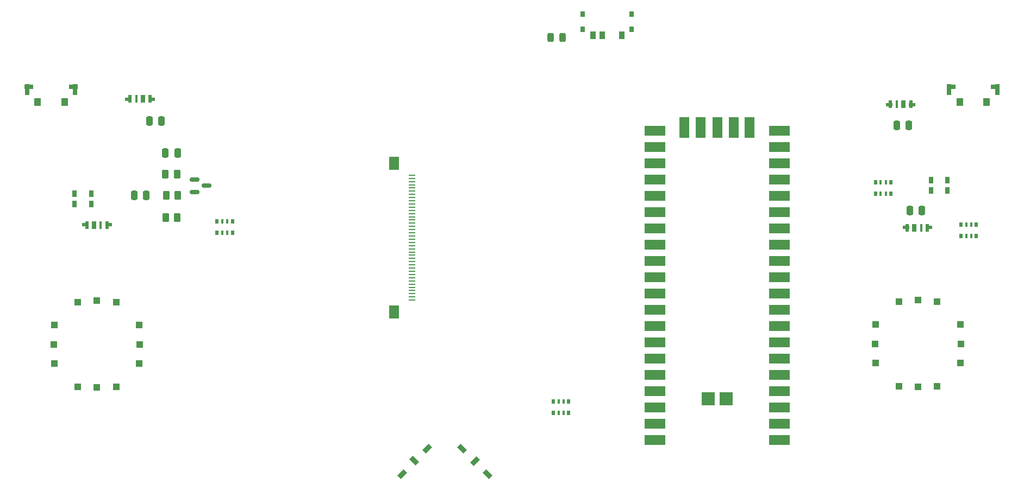
<source format=gbr>
%TF.GenerationSoftware,KiCad,Pcbnew,8.0.0*%
%TF.CreationDate,2024-07-15T05:39:07-05:00*%
%TF.ProjectId,MilkTastic,4d696c6b-5461-4737-9469-632e6b696361,rev?*%
%TF.SameCoordinates,Original*%
%TF.FileFunction,Paste,Top*%
%TF.FilePolarity,Positive*%
%FSLAX46Y46*%
G04 Gerber Fmt 4.6, Leading zero omitted, Abs format (unit mm)*
G04 Created by KiCad (PCBNEW 8.0.0) date 2024-07-15 05:39:07*
%MOMM*%
%LPD*%
G01*
G04 APERTURE LIST*
G04 Aperture macros list*
%AMRoundRect*
0 Rectangle with rounded corners*
0 $1 Rounding radius*
0 $2 $3 $4 $5 $6 $7 $8 $9 X,Y pos of 4 corners*
0 Add a 4 corners polygon primitive as box body*
4,1,4,$2,$3,$4,$5,$6,$7,$8,$9,$2,$3,0*
0 Add four circle primitives for the rounded corners*
1,1,$1+$1,$2,$3*
1,1,$1+$1,$4,$5*
1,1,$1+$1,$6,$7*
1,1,$1+$1,$8,$9*
0 Add four rect primitives between the rounded corners*
20,1,$1+$1,$2,$3,$4,$5,0*
20,1,$1+$1,$4,$5,$6,$7,0*
20,1,$1+$1,$6,$7,$8,$9,0*
20,1,$1+$1,$8,$9,$2,$3,0*%
%AMRotRect*
0 Rectangle, with rotation*
0 The origin of the aperture is its center*
0 $1 length*
0 $2 width*
0 $3 Rotation angle, in degrees counterclockwise*
0 Add horizontal line*
21,1,$1,$2,0,0,$3*%
G04 Aperture macros list end*
%ADD10RoundRect,0.250000X-0.262500X-0.450000X0.262500X-0.450000X0.262500X0.450000X-0.262500X0.450000X0*%
%ADD11RoundRect,0.250000X-0.250000X-0.475000X0.250000X-0.475000X0.250000X0.475000X-0.250000X0.475000X0*%
%ADD12R,1.000000X0.550000*%
%ADD13R,0.550000X1.200000*%
%ADD14R,0.700000X1.200000*%
%ADD15R,0.450000X1.200000*%
%ADD16R,0.800000X1.700000*%
%ADD17R,1.400000X0.800000*%
%ADD18R,1.000000X1.200000*%
%ADD19R,0.500000X0.800000*%
%ADD20R,0.400000X0.800000*%
%ADD21RoundRect,0.250000X0.250000X0.475000X-0.250000X0.475000X-0.250000X-0.475000X0.250000X-0.475000X0*%
%ADD22R,1.000000X1.000000*%
%ADD23R,0.900000X1.250000*%
%ADD24R,0.800000X0.900000*%
%ADD25RoundRect,0.150000X-0.587500X-0.150000X0.587500X-0.150000X0.587500X0.150000X-0.587500X0.150000X0*%
%ADD26R,0.700000X1.100000*%
%ADD27RotRect,1.400000X0.800000X315.000000*%
%ADD28RotRect,1.400000X0.800000X45.000000*%
%ADD29RotRect,1.400000X0.800000X135.000000*%
%ADD30RoundRect,0.243750X0.243750X0.456250X-0.243750X0.456250X-0.243750X-0.456250X0.243750X-0.456250X0*%
%ADD31R,3.200000X1.600000*%
%ADD32R,1.600000X3.200000*%
%ADD33R,2.000000X2.000000*%
%ADD34R,1.600000X2.000000*%
%ADD35R,1.100000X0.250000*%
G04 APERTURE END LIST*
D10*
%TO.C,R3*%
X105575000Y-48800000D03*
X107400000Y-48800000D03*
%TD*%
D11*
%TO.C,C4*%
X219500000Y-41200000D03*
X221400000Y-41200000D03*
%TD*%
D12*
%TO.C,U3*%
X93100000Y-56715000D03*
D13*
X93325000Y-56790000D03*
D14*
X94450000Y-56790000D03*
D15*
X95475000Y-56790000D03*
D13*
X96475000Y-56790000D03*
D12*
X96700000Y-56725000D03*
%TD*%
D16*
%TO.C,SW1*%
X84000000Y-35650000D03*
D17*
X84300000Y-35200000D03*
X91200000Y-35200000D03*
D16*
X91500000Y-35650000D03*
D18*
X85650000Y-37600000D03*
X89850000Y-37600000D03*
%TD*%
D19*
%TO.C,RN4*%
X113600000Y-58000000D03*
D20*
X114400000Y-58000000D03*
X115200000Y-58000000D03*
D19*
X116000000Y-58000000D03*
X116000000Y-56200000D03*
D20*
X115200000Y-56200000D03*
X114400000Y-56200000D03*
D19*
X113600000Y-56200000D03*
%TD*%
D21*
%TO.C,C1*%
X104950000Y-40540000D03*
X103050000Y-40540000D03*
%TD*%
D19*
%TO.C,RN1*%
X218600000Y-50100000D03*
D20*
X217800000Y-50100000D03*
X217000000Y-50100000D03*
D19*
X216200000Y-50100000D03*
X216200000Y-51900000D03*
D20*
X217000000Y-51900000D03*
X217800000Y-51900000D03*
D19*
X218600000Y-51900000D03*
%TD*%
D11*
%TO.C,C2*%
X100700000Y-52100000D03*
X102600000Y-52100000D03*
%TD*%
D12*
%TO.C,U4*%
X220900000Y-57115000D03*
D13*
X221125000Y-57190000D03*
D14*
X222250000Y-57190000D03*
D15*
X223275000Y-57190000D03*
D13*
X224275000Y-57190000D03*
D12*
X224500000Y-57125000D03*
%TD*%
D22*
%TO.C,J5*%
X222800000Y-68500000D03*
X216100000Y-75300000D03*
X222800000Y-82000000D03*
X229500000Y-75300000D03*
X216200000Y-72300000D03*
X216200000Y-78300000D03*
X219800000Y-68700000D03*
X219800000Y-81900000D03*
X225800000Y-68700000D03*
X225800000Y-81900000D03*
X229400000Y-72300000D03*
X229400000Y-78300000D03*
%TD*%
D23*
%TO.C,SW8*%
X172140000Y-27175000D03*
X173640000Y-27175000D03*
X176640000Y-27175000D03*
D24*
X170590000Y-23900000D03*
X170590000Y-26200000D03*
X178190000Y-23900000D03*
X178200000Y-26200000D03*
%TD*%
D25*
%TO.C,Q1*%
X110100000Y-49700000D03*
X110100000Y-51600000D03*
X111975000Y-50650000D03*
%TD*%
D11*
%TO.C,C3*%
X221500000Y-54500000D03*
X223400000Y-54500000D03*
%TD*%
D22*
%TO.C,J8*%
X94900000Y-68600000D03*
X88200000Y-75400000D03*
X94900000Y-82100000D03*
X101600000Y-75400000D03*
X88300000Y-72400000D03*
X88300000Y-78400000D03*
X91900000Y-68800000D03*
X91900000Y-82000000D03*
X97900000Y-68800000D03*
X97900000Y-82000000D03*
X101500000Y-72400000D03*
X101500000Y-78400000D03*
%TD*%
D26*
%TO.C,D2*%
X91400000Y-51900000D03*
X94000000Y-51900000D03*
X91400000Y-53500000D03*
X94000000Y-53500000D03*
%TD*%
D27*
%TO.C,SW7*%
X144275000Y-93525000D03*
D28*
X142425000Y-95650000D03*
X146375000Y-91675000D03*
D29*
X151800000Y-91700000D03*
X155775000Y-95650000D03*
D28*
X153800000Y-93625000D03*
%TD*%
D30*
%TO.C,D1*%
X167437500Y-27500000D03*
X165562500Y-27500000D03*
%TD*%
D16*
%TO.C,SW2*%
X227650000Y-35650000D03*
D17*
X227950000Y-35200000D03*
X234850000Y-35200000D03*
D16*
X235150000Y-35650000D03*
D18*
X229300000Y-37600000D03*
X233500000Y-37600000D03*
%TD*%
D31*
%TO.C,U1*%
X201200000Y-90360000D03*
X201200000Y-87820000D03*
X201200000Y-85280000D03*
X201200000Y-82740000D03*
X201200000Y-80200000D03*
X201200000Y-77660000D03*
X201200000Y-75120000D03*
X201200000Y-72580000D03*
X201200000Y-70040000D03*
X201200000Y-67500000D03*
X201200000Y-64960000D03*
X201200000Y-62420000D03*
X201200000Y-59880000D03*
X201200000Y-57340000D03*
X201200000Y-54800000D03*
X201200000Y-52260000D03*
X201200000Y-49720000D03*
X201200000Y-47180000D03*
X201200000Y-44640000D03*
X201200000Y-42100000D03*
X181820000Y-42100000D03*
X181820000Y-44640000D03*
X181820000Y-47180000D03*
X181820000Y-49720000D03*
X181820000Y-52260000D03*
X181820000Y-54800000D03*
X181820000Y-57340000D03*
X181820000Y-59880000D03*
X181820000Y-62420000D03*
X181820000Y-64960000D03*
X181820000Y-67500000D03*
X181820000Y-70040000D03*
X181820000Y-72580000D03*
X181820000Y-75120000D03*
X181820000Y-77660000D03*
X181820000Y-80200000D03*
X181820000Y-82740000D03*
X181820000Y-85280000D03*
X181820000Y-87820000D03*
X181820000Y-90360000D03*
D32*
X186430000Y-41515000D03*
X188970000Y-41515000D03*
X191525000Y-41535000D03*
X194065000Y-41535000D03*
X196590000Y-41515000D03*
D33*
X190130000Y-83870000D03*
X192890000Y-83870000D03*
%TD*%
D19*
%TO.C,RN2*%
X166000000Y-86100000D03*
D20*
X166800000Y-86100000D03*
X167600000Y-86100000D03*
D19*
X168400000Y-86100000D03*
X168400000Y-84300000D03*
D20*
X167600000Y-84300000D03*
X166800000Y-84300000D03*
D19*
X166000000Y-84300000D03*
%TD*%
D12*
%TO.C,U5*%
X221900000Y-37985000D03*
D13*
X221675000Y-37910000D03*
D14*
X220550000Y-37910000D03*
D15*
X219525000Y-37910000D03*
D13*
X218525000Y-37910000D03*
D12*
X218300000Y-37975000D03*
%TD*%
D26*
%TO.C,D3*%
X224805000Y-49770000D03*
X227405000Y-49770000D03*
X224805000Y-51370000D03*
X227405000Y-51370000D03*
%TD*%
D10*
%TO.C,R5*%
X105587500Y-55600000D03*
X107412500Y-55600000D03*
%TD*%
D12*
%TO.C,U2*%
X103400000Y-37185000D03*
D13*
X103175000Y-37110000D03*
D14*
X102050000Y-37110000D03*
D15*
X101025000Y-37110000D03*
D13*
X100025000Y-37110000D03*
D12*
X99800000Y-37175000D03*
%TD*%
D19*
%TO.C,RN3*%
X231900000Y-56700000D03*
D20*
X231100000Y-56700000D03*
X230300000Y-56700000D03*
D19*
X229500000Y-56700000D03*
X229500000Y-58500000D03*
D20*
X230300000Y-58500000D03*
X231100000Y-58500000D03*
D19*
X231900000Y-58500000D03*
%TD*%
D34*
%TO.C,J1*%
X141215000Y-47165000D03*
X141215000Y-70315000D03*
D35*
X143995000Y-48990000D03*
X143995000Y-49490000D03*
X143995000Y-49990000D03*
X143995000Y-50490000D03*
X143995000Y-50990000D03*
X143995000Y-51490000D03*
X143995000Y-51990000D03*
X143995000Y-52490000D03*
X143995000Y-52990000D03*
X143995000Y-53490000D03*
X143995000Y-53990000D03*
X143995000Y-54490000D03*
X143995000Y-54990000D03*
X143995000Y-55490000D03*
X143995000Y-55990000D03*
X143995000Y-56490000D03*
X143995000Y-56990000D03*
X143995000Y-57490000D03*
X143995000Y-57990000D03*
X143995000Y-58490000D03*
X143995000Y-58990000D03*
X143995000Y-59490000D03*
X143995000Y-59990000D03*
X143995000Y-60490000D03*
X143995000Y-60990000D03*
X143995000Y-61490000D03*
X143995000Y-61990000D03*
X143995000Y-62490000D03*
X143995000Y-62990000D03*
X143995000Y-63490000D03*
X143995000Y-63990000D03*
X143995000Y-64490000D03*
X143995000Y-64990000D03*
X143995000Y-65490000D03*
X143995000Y-65990000D03*
X143995000Y-66490000D03*
X143995000Y-66990000D03*
X143995000Y-67490000D03*
X143995000Y-67990000D03*
X143995000Y-68490000D03*
%TD*%
D10*
%TO.C,R4*%
X105675000Y-52100000D03*
X107500000Y-52100000D03*
%TD*%
D21*
%TO.C,C5*%
X107450000Y-45500000D03*
X105550000Y-45500000D03*
%TD*%
M02*

</source>
